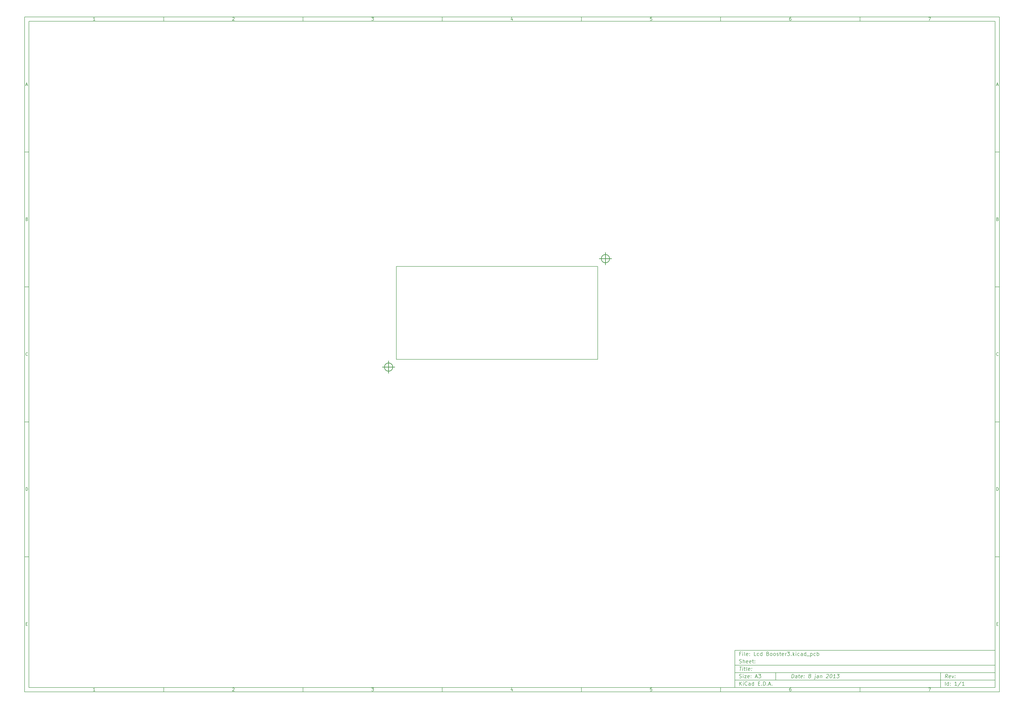
<source format=gbo>
G04 (created by PCBNEW (2012-nov-02)-testing) date Mon 07 Jan 2013 06:01:39 PM PST*
%MOIN*%
G04 Gerber Fmt 3.4, Leading zero omitted, Abs format*
%FSLAX34Y34*%
G01*
G70*
G90*
G04 APERTURE LIST*
%ADD10C,0.006*%
%ADD11C,0.01*%
%ADD12C,0.0059*%
%ADD13R,0.055X0.055*%
%ADD14C,0.055*%
%ADD15R,0.075X0.075*%
%ADD16C,0.075*%
%ADD17R,0.06X0.06*%
%ADD18C,0.06*%
%ADD19C,0.07*%
%ADD20R,0.07X0.07*%
G04 APERTURE END LIST*
G54D10*
X-60000Y55250D02*
X97350Y55250D01*
X97350Y-53680D01*
X-60000Y-53680D01*
X-60000Y55250D01*
X-59300Y54550D02*
X96650Y54550D01*
X96650Y-52980D01*
X-59300Y-52980D01*
X-59300Y54550D01*
X-37530Y55250D02*
X-37530Y54550D01*
X-48617Y54697D02*
X-48902Y54697D01*
X-48760Y54697D02*
X-48760Y55197D01*
X-48807Y55126D01*
X-48855Y55078D01*
X-48902Y55054D01*
X-37530Y-53680D02*
X-37530Y-52980D01*
X-48617Y-53532D02*
X-48902Y-53532D01*
X-48760Y-53532D02*
X-48760Y-53032D01*
X-48807Y-53103D01*
X-48855Y-53151D01*
X-48902Y-53175D01*
X-15060Y55250D02*
X-15060Y54550D01*
X-26432Y55150D02*
X-26409Y55173D01*
X-26361Y55197D01*
X-26242Y55197D01*
X-26194Y55173D01*
X-26170Y55150D01*
X-26147Y55102D01*
X-26147Y55054D01*
X-26170Y54983D01*
X-26456Y54697D01*
X-26147Y54697D01*
X-15060Y-53680D02*
X-15060Y-52980D01*
X-26432Y-53080D02*
X-26409Y-53056D01*
X-26361Y-53032D01*
X-26242Y-53032D01*
X-26194Y-53056D01*
X-26170Y-53080D01*
X-26147Y-53127D01*
X-26147Y-53175D01*
X-26170Y-53246D01*
X-26456Y-53532D01*
X-26147Y-53532D01*
X7410Y55250D02*
X7410Y54550D01*
X-3986Y55197D02*
X-3677Y55197D01*
X-3843Y55007D01*
X-3772Y55007D01*
X-3724Y54983D01*
X-3700Y54959D01*
X-3677Y54911D01*
X-3677Y54792D01*
X-3700Y54745D01*
X-3724Y54721D01*
X-3772Y54697D01*
X-3915Y54697D01*
X-3962Y54721D01*
X-3986Y54745D01*
X7410Y-53680D02*
X7410Y-52980D01*
X-3986Y-53032D02*
X-3677Y-53032D01*
X-3843Y-53222D01*
X-3772Y-53222D01*
X-3724Y-53246D01*
X-3700Y-53270D01*
X-3677Y-53318D01*
X-3677Y-53437D01*
X-3700Y-53484D01*
X-3724Y-53508D01*
X-3772Y-53532D01*
X-3915Y-53532D01*
X-3962Y-53508D01*
X-3986Y-53484D01*
X29880Y55250D02*
X29880Y54550D01*
X18745Y55030D02*
X18745Y54697D01*
X18626Y55221D02*
X18507Y54864D01*
X18816Y54864D01*
X29880Y-53680D02*
X29880Y-52980D01*
X18745Y-53199D02*
X18745Y-53532D01*
X18626Y-53008D02*
X18507Y-53365D01*
X18816Y-53365D01*
X52350Y55250D02*
X52350Y54550D01*
X41239Y55197D02*
X41000Y55197D01*
X40977Y54959D01*
X41000Y54983D01*
X41048Y55007D01*
X41167Y55007D01*
X41215Y54983D01*
X41239Y54959D01*
X41262Y54911D01*
X41262Y54792D01*
X41239Y54745D01*
X41215Y54721D01*
X41167Y54697D01*
X41048Y54697D01*
X41000Y54721D01*
X40977Y54745D01*
X52350Y-53680D02*
X52350Y-52980D01*
X41239Y-53032D02*
X41000Y-53032D01*
X40977Y-53270D01*
X41000Y-53246D01*
X41048Y-53222D01*
X41167Y-53222D01*
X41215Y-53246D01*
X41239Y-53270D01*
X41262Y-53318D01*
X41262Y-53437D01*
X41239Y-53484D01*
X41215Y-53508D01*
X41167Y-53532D01*
X41048Y-53532D01*
X41000Y-53508D01*
X40977Y-53484D01*
X74820Y55250D02*
X74820Y54550D01*
X63685Y55197D02*
X63590Y55197D01*
X63542Y55173D01*
X63518Y55150D01*
X63470Y55078D01*
X63447Y54983D01*
X63447Y54792D01*
X63470Y54745D01*
X63494Y54721D01*
X63542Y54697D01*
X63637Y54697D01*
X63685Y54721D01*
X63709Y54745D01*
X63732Y54792D01*
X63732Y54911D01*
X63709Y54959D01*
X63685Y54983D01*
X63637Y55007D01*
X63542Y55007D01*
X63494Y54983D01*
X63470Y54959D01*
X63447Y54911D01*
X74820Y-53680D02*
X74820Y-52980D01*
X63685Y-53032D02*
X63590Y-53032D01*
X63542Y-53056D01*
X63518Y-53080D01*
X63470Y-53151D01*
X63447Y-53246D01*
X63447Y-53437D01*
X63470Y-53484D01*
X63494Y-53508D01*
X63542Y-53532D01*
X63637Y-53532D01*
X63685Y-53508D01*
X63709Y-53484D01*
X63732Y-53437D01*
X63732Y-53318D01*
X63709Y-53270D01*
X63685Y-53246D01*
X63637Y-53222D01*
X63542Y-53222D01*
X63494Y-53246D01*
X63470Y-53270D01*
X63447Y-53318D01*
X85893Y55197D02*
X86226Y55197D01*
X86012Y54697D01*
X85893Y-53032D02*
X86226Y-53032D01*
X86012Y-53532D01*
X-60000Y33470D02*
X-59300Y33470D01*
X-59769Y44300D02*
X-59530Y44300D01*
X-59816Y44157D02*
X-59649Y44657D01*
X-59483Y44157D01*
X97350Y33470D02*
X96650Y33470D01*
X96880Y44300D02*
X97119Y44300D01*
X96833Y44157D02*
X97000Y44657D01*
X97166Y44157D01*
X-60000Y11690D02*
X-59300Y11690D01*
X-59614Y22639D02*
X-59542Y22615D01*
X-59519Y22591D01*
X-59495Y22544D01*
X-59495Y22472D01*
X-59519Y22425D01*
X-59542Y22401D01*
X-59590Y22377D01*
X-59780Y22377D01*
X-59780Y22877D01*
X-59614Y22877D01*
X-59566Y22853D01*
X-59542Y22830D01*
X-59519Y22782D01*
X-59519Y22734D01*
X-59542Y22687D01*
X-59566Y22663D01*
X-59614Y22639D01*
X-59780Y22639D01*
X97350Y11690D02*
X96650Y11690D01*
X97035Y22639D02*
X97107Y22615D01*
X97130Y22591D01*
X97154Y22544D01*
X97154Y22472D01*
X97130Y22425D01*
X97107Y22401D01*
X97059Y22377D01*
X96869Y22377D01*
X96869Y22877D01*
X97035Y22877D01*
X97083Y22853D01*
X97107Y22830D01*
X97130Y22782D01*
X97130Y22734D01*
X97107Y22687D01*
X97083Y22663D01*
X97035Y22639D01*
X96869Y22639D01*
X-60000Y-10090D02*
X-59300Y-10090D01*
X-59495Y645D02*
X-59519Y621D01*
X-59590Y597D01*
X-59638Y597D01*
X-59709Y621D01*
X-59757Y669D01*
X-59780Y716D01*
X-59804Y811D01*
X-59804Y883D01*
X-59780Y978D01*
X-59757Y1026D01*
X-59709Y1073D01*
X-59638Y1097D01*
X-59590Y1097D01*
X-59519Y1073D01*
X-59495Y1050D01*
X97350Y-10090D02*
X96650Y-10090D01*
X97154Y645D02*
X97130Y621D01*
X97059Y597D01*
X97011Y597D01*
X96940Y621D01*
X96892Y669D01*
X96869Y716D01*
X96845Y811D01*
X96845Y883D01*
X96869Y978D01*
X96892Y1026D01*
X96940Y1073D01*
X97011Y1097D01*
X97059Y1097D01*
X97130Y1073D01*
X97154Y1050D01*
X-60000Y-31870D02*
X-59300Y-31870D01*
X-59780Y-21182D02*
X-59780Y-20682D01*
X-59661Y-20682D01*
X-59590Y-20706D01*
X-59542Y-20753D01*
X-59519Y-20801D01*
X-59495Y-20896D01*
X-59495Y-20968D01*
X-59519Y-21063D01*
X-59542Y-21110D01*
X-59590Y-21158D01*
X-59661Y-21182D01*
X-59780Y-21182D01*
X97350Y-31870D02*
X96650Y-31870D01*
X96869Y-21182D02*
X96869Y-20682D01*
X96988Y-20682D01*
X97059Y-20706D01*
X97107Y-20753D01*
X97130Y-20801D01*
X97154Y-20896D01*
X97154Y-20968D01*
X97130Y-21063D01*
X97107Y-21110D01*
X97059Y-21158D01*
X96988Y-21182D01*
X96869Y-21182D01*
X-59757Y-42700D02*
X-59590Y-42700D01*
X-59519Y-42962D02*
X-59757Y-42962D01*
X-59757Y-42462D01*
X-59519Y-42462D01*
X96892Y-42700D02*
X97059Y-42700D01*
X97130Y-42962D02*
X96892Y-42962D01*
X96892Y-42462D01*
X97130Y-42462D01*
X63800Y-51422D02*
X63875Y-50822D01*
X64017Y-50822D01*
X64100Y-50851D01*
X64150Y-50908D01*
X64171Y-50965D01*
X64185Y-51080D01*
X64175Y-51165D01*
X64132Y-51280D01*
X64096Y-51337D01*
X64032Y-51394D01*
X63942Y-51422D01*
X63800Y-51422D01*
X64657Y-51422D02*
X64696Y-51108D01*
X64675Y-51051D01*
X64621Y-51022D01*
X64507Y-51022D01*
X64446Y-51051D01*
X64660Y-51394D02*
X64600Y-51422D01*
X64457Y-51422D01*
X64403Y-51394D01*
X64382Y-51337D01*
X64389Y-51280D01*
X64425Y-51222D01*
X64485Y-51194D01*
X64628Y-51194D01*
X64689Y-51165D01*
X64907Y-51022D02*
X65135Y-51022D01*
X65017Y-50822D02*
X64953Y-51337D01*
X64975Y-51394D01*
X65028Y-51422D01*
X65085Y-51422D01*
X65517Y-51394D02*
X65457Y-51422D01*
X65342Y-51422D01*
X65289Y-51394D01*
X65267Y-51337D01*
X65296Y-51108D01*
X65332Y-51051D01*
X65392Y-51022D01*
X65507Y-51022D01*
X65560Y-51051D01*
X65582Y-51108D01*
X65575Y-51165D01*
X65282Y-51222D01*
X65807Y-51365D02*
X65832Y-51394D01*
X65800Y-51422D01*
X65775Y-51394D01*
X65807Y-51365D01*
X65800Y-51422D01*
X65846Y-51051D02*
X65871Y-51080D01*
X65839Y-51108D01*
X65814Y-51080D01*
X65846Y-51051D01*
X65839Y-51108D01*
X66671Y-51080D02*
X66617Y-51051D01*
X66592Y-51022D01*
X66571Y-50965D01*
X66575Y-50937D01*
X66610Y-50880D01*
X66642Y-50851D01*
X66703Y-50822D01*
X66817Y-50822D01*
X66871Y-50851D01*
X66896Y-50880D01*
X66917Y-50937D01*
X66914Y-50965D01*
X66878Y-51022D01*
X66846Y-51051D01*
X66785Y-51080D01*
X66671Y-51080D01*
X66610Y-51108D01*
X66578Y-51137D01*
X66542Y-51194D01*
X66528Y-51308D01*
X66550Y-51365D01*
X66575Y-51394D01*
X66628Y-51422D01*
X66742Y-51422D01*
X66803Y-51394D01*
X66835Y-51365D01*
X66871Y-51308D01*
X66885Y-51194D01*
X66864Y-51137D01*
X66839Y-51108D01*
X66785Y-51080D01*
X67621Y-51022D02*
X67557Y-51537D01*
X67521Y-51594D01*
X67460Y-51622D01*
X67432Y-51622D01*
X67646Y-50822D02*
X67614Y-50851D01*
X67639Y-50880D01*
X67671Y-50851D01*
X67646Y-50822D01*
X67639Y-50880D01*
X68114Y-51422D02*
X68153Y-51108D01*
X68132Y-51051D01*
X68078Y-51022D01*
X67964Y-51022D01*
X67903Y-51051D01*
X68117Y-51394D02*
X68057Y-51422D01*
X67914Y-51422D01*
X67860Y-51394D01*
X67839Y-51337D01*
X67846Y-51280D01*
X67882Y-51222D01*
X67942Y-51194D01*
X68085Y-51194D01*
X68146Y-51165D01*
X68450Y-51022D02*
X68400Y-51422D01*
X68442Y-51080D02*
X68475Y-51051D01*
X68535Y-51022D01*
X68621Y-51022D01*
X68675Y-51051D01*
X68696Y-51108D01*
X68657Y-51422D01*
X69439Y-50880D02*
X69471Y-50851D01*
X69532Y-50822D01*
X69675Y-50822D01*
X69728Y-50851D01*
X69753Y-50880D01*
X69775Y-50937D01*
X69767Y-50994D01*
X69728Y-51080D01*
X69342Y-51422D01*
X69714Y-51422D01*
X70160Y-50822D02*
X70217Y-50822D01*
X70271Y-50851D01*
X70296Y-50880D01*
X70317Y-50937D01*
X70332Y-51051D01*
X70314Y-51194D01*
X70271Y-51308D01*
X70235Y-51365D01*
X70203Y-51394D01*
X70142Y-51422D01*
X70085Y-51422D01*
X70032Y-51394D01*
X70007Y-51365D01*
X69985Y-51308D01*
X69971Y-51194D01*
X69989Y-51051D01*
X70032Y-50937D01*
X70067Y-50880D01*
X70100Y-50851D01*
X70160Y-50822D01*
X70857Y-51422D02*
X70514Y-51422D01*
X70685Y-51422D02*
X70760Y-50822D01*
X70692Y-50908D01*
X70628Y-50965D01*
X70567Y-50994D01*
X71132Y-50822D02*
X71503Y-50822D01*
X71275Y-51051D01*
X71360Y-51051D01*
X71414Y-51080D01*
X71439Y-51108D01*
X71460Y-51165D01*
X71442Y-51308D01*
X71407Y-51365D01*
X71375Y-51394D01*
X71314Y-51422D01*
X71142Y-51422D01*
X71089Y-51394D01*
X71064Y-51365D01*
X55392Y-52622D02*
X55392Y-52022D01*
X55735Y-52622D02*
X55478Y-52280D01*
X55735Y-52022D02*
X55392Y-52365D01*
X55992Y-52622D02*
X55992Y-52222D01*
X55992Y-52022D02*
X55964Y-52051D01*
X55992Y-52080D01*
X56021Y-52051D01*
X55992Y-52022D01*
X55992Y-52080D01*
X56621Y-52565D02*
X56592Y-52594D01*
X56507Y-52622D01*
X56450Y-52622D01*
X56364Y-52594D01*
X56307Y-52537D01*
X56278Y-52480D01*
X56250Y-52365D01*
X56250Y-52280D01*
X56278Y-52165D01*
X56307Y-52108D01*
X56364Y-52051D01*
X56450Y-52022D01*
X56507Y-52022D01*
X56592Y-52051D01*
X56621Y-52080D01*
X57135Y-52622D02*
X57135Y-52308D01*
X57107Y-52251D01*
X57050Y-52222D01*
X56935Y-52222D01*
X56878Y-52251D01*
X57135Y-52594D02*
X57078Y-52622D01*
X56935Y-52622D01*
X56878Y-52594D01*
X56850Y-52537D01*
X56850Y-52480D01*
X56878Y-52422D01*
X56935Y-52394D01*
X57078Y-52394D01*
X57135Y-52365D01*
X57678Y-52622D02*
X57678Y-52022D01*
X57678Y-52594D02*
X57621Y-52622D01*
X57507Y-52622D01*
X57450Y-52594D01*
X57421Y-52565D01*
X57392Y-52508D01*
X57392Y-52337D01*
X57421Y-52280D01*
X57450Y-52251D01*
X57507Y-52222D01*
X57621Y-52222D01*
X57678Y-52251D01*
X58421Y-52308D02*
X58621Y-52308D01*
X58707Y-52622D02*
X58421Y-52622D01*
X58421Y-52022D01*
X58707Y-52022D01*
X58964Y-52565D02*
X58992Y-52594D01*
X58964Y-52622D01*
X58935Y-52594D01*
X58964Y-52565D01*
X58964Y-52622D01*
X59249Y-52622D02*
X59249Y-52022D01*
X59392Y-52022D01*
X59478Y-52051D01*
X59535Y-52108D01*
X59564Y-52165D01*
X59592Y-52280D01*
X59592Y-52365D01*
X59564Y-52480D01*
X59535Y-52537D01*
X59478Y-52594D01*
X59392Y-52622D01*
X59249Y-52622D01*
X59849Y-52565D02*
X59878Y-52594D01*
X59849Y-52622D01*
X59821Y-52594D01*
X59849Y-52565D01*
X59849Y-52622D01*
X60107Y-52451D02*
X60392Y-52451D01*
X60049Y-52622D02*
X60249Y-52022D01*
X60449Y-52622D01*
X60649Y-52565D02*
X60678Y-52594D01*
X60649Y-52622D01*
X60621Y-52594D01*
X60649Y-52565D01*
X60649Y-52622D01*
X88942Y-51422D02*
X88778Y-51137D01*
X88600Y-51422D02*
X88675Y-50822D01*
X88903Y-50822D01*
X88957Y-50851D01*
X88982Y-50880D01*
X89003Y-50937D01*
X88992Y-51022D01*
X88957Y-51080D01*
X88925Y-51108D01*
X88864Y-51137D01*
X88635Y-51137D01*
X89432Y-51394D02*
X89371Y-51422D01*
X89257Y-51422D01*
X89203Y-51394D01*
X89182Y-51337D01*
X89210Y-51108D01*
X89246Y-51051D01*
X89307Y-51022D01*
X89421Y-51022D01*
X89475Y-51051D01*
X89496Y-51108D01*
X89489Y-51165D01*
X89196Y-51222D01*
X89707Y-51022D02*
X89800Y-51422D01*
X89992Y-51022D01*
X90178Y-51365D02*
X90203Y-51394D01*
X90171Y-51422D01*
X90146Y-51394D01*
X90178Y-51365D01*
X90171Y-51422D01*
X90217Y-51051D02*
X90242Y-51080D01*
X90210Y-51108D01*
X90185Y-51080D01*
X90217Y-51051D01*
X90210Y-51108D01*
X55364Y-51394D02*
X55450Y-51422D01*
X55592Y-51422D01*
X55650Y-51394D01*
X55678Y-51365D01*
X55707Y-51308D01*
X55707Y-51251D01*
X55678Y-51194D01*
X55650Y-51165D01*
X55592Y-51137D01*
X55478Y-51108D01*
X55421Y-51080D01*
X55392Y-51051D01*
X55364Y-50994D01*
X55364Y-50937D01*
X55392Y-50880D01*
X55421Y-50851D01*
X55478Y-50822D01*
X55621Y-50822D01*
X55707Y-50851D01*
X55964Y-51422D02*
X55964Y-51022D01*
X55964Y-50822D02*
X55935Y-50851D01*
X55964Y-50880D01*
X55992Y-50851D01*
X55964Y-50822D01*
X55964Y-50880D01*
X56192Y-51022D02*
X56507Y-51022D01*
X56192Y-51422D01*
X56507Y-51422D01*
X56964Y-51394D02*
X56907Y-51422D01*
X56792Y-51422D01*
X56735Y-51394D01*
X56707Y-51337D01*
X56707Y-51108D01*
X56735Y-51051D01*
X56792Y-51022D01*
X56907Y-51022D01*
X56964Y-51051D01*
X56992Y-51108D01*
X56992Y-51165D01*
X56707Y-51222D01*
X57250Y-51365D02*
X57278Y-51394D01*
X57250Y-51422D01*
X57221Y-51394D01*
X57250Y-51365D01*
X57250Y-51422D01*
X57250Y-51051D02*
X57278Y-51080D01*
X57250Y-51108D01*
X57221Y-51080D01*
X57250Y-51051D01*
X57250Y-51108D01*
X57964Y-51251D02*
X58250Y-51251D01*
X57907Y-51422D02*
X58107Y-50822D01*
X58307Y-51422D01*
X58450Y-50822D02*
X58821Y-50822D01*
X58621Y-51051D01*
X58707Y-51051D01*
X58764Y-51080D01*
X58792Y-51108D01*
X58821Y-51165D01*
X58821Y-51308D01*
X58792Y-51365D01*
X58764Y-51394D01*
X58707Y-51422D01*
X58535Y-51422D01*
X58478Y-51394D01*
X58450Y-51365D01*
X88592Y-52622D02*
X88592Y-52022D01*
X89135Y-52622D02*
X89135Y-52022D01*
X89135Y-52594D02*
X89078Y-52622D01*
X88964Y-52622D01*
X88907Y-52594D01*
X88878Y-52565D01*
X88850Y-52508D01*
X88850Y-52337D01*
X88878Y-52280D01*
X88907Y-52251D01*
X88964Y-52222D01*
X89078Y-52222D01*
X89135Y-52251D01*
X89421Y-52565D02*
X89450Y-52594D01*
X89421Y-52622D01*
X89392Y-52594D01*
X89421Y-52565D01*
X89421Y-52622D01*
X89421Y-52251D02*
X89450Y-52280D01*
X89421Y-52308D01*
X89392Y-52280D01*
X89421Y-52251D01*
X89421Y-52308D01*
X90478Y-52622D02*
X90135Y-52622D01*
X90307Y-52622D02*
X90307Y-52022D01*
X90249Y-52108D01*
X90192Y-52165D01*
X90135Y-52194D01*
X91164Y-51994D02*
X90650Y-52765D01*
X91678Y-52622D02*
X91335Y-52622D01*
X91507Y-52622D02*
X91507Y-52022D01*
X91449Y-52108D01*
X91392Y-52165D01*
X91335Y-52194D01*
X55389Y-49622D02*
X55732Y-49622D01*
X55485Y-50222D02*
X55560Y-49622D01*
X55857Y-50222D02*
X55907Y-49822D01*
X55932Y-49622D02*
X55900Y-49651D01*
X55925Y-49680D01*
X55957Y-49651D01*
X55932Y-49622D01*
X55925Y-49680D01*
X56107Y-49822D02*
X56335Y-49822D01*
X56217Y-49622D02*
X56153Y-50137D01*
X56175Y-50194D01*
X56228Y-50222D01*
X56285Y-50222D01*
X56571Y-50222D02*
X56517Y-50194D01*
X56496Y-50137D01*
X56560Y-49622D01*
X57032Y-50194D02*
X56971Y-50222D01*
X56857Y-50222D01*
X56803Y-50194D01*
X56782Y-50137D01*
X56810Y-49908D01*
X56846Y-49851D01*
X56907Y-49822D01*
X57021Y-49822D01*
X57075Y-49851D01*
X57096Y-49908D01*
X57089Y-49965D01*
X56796Y-50022D01*
X57321Y-50165D02*
X57346Y-50194D01*
X57314Y-50222D01*
X57289Y-50194D01*
X57321Y-50165D01*
X57314Y-50222D01*
X57360Y-49851D02*
X57385Y-49880D01*
X57353Y-49908D01*
X57328Y-49880D01*
X57360Y-49851D01*
X57353Y-49908D01*
X55592Y-47508D02*
X55392Y-47508D01*
X55392Y-47822D02*
X55392Y-47222D01*
X55678Y-47222D01*
X55907Y-47822D02*
X55907Y-47422D01*
X55907Y-47222D02*
X55878Y-47251D01*
X55907Y-47280D01*
X55935Y-47251D01*
X55907Y-47222D01*
X55907Y-47280D01*
X56278Y-47822D02*
X56221Y-47794D01*
X56192Y-47737D01*
X56192Y-47222D01*
X56735Y-47794D02*
X56678Y-47822D01*
X56564Y-47822D01*
X56507Y-47794D01*
X56478Y-47737D01*
X56478Y-47508D01*
X56507Y-47451D01*
X56564Y-47422D01*
X56678Y-47422D01*
X56735Y-47451D01*
X56764Y-47508D01*
X56764Y-47565D01*
X56478Y-47622D01*
X57021Y-47765D02*
X57050Y-47794D01*
X57021Y-47822D01*
X56992Y-47794D01*
X57021Y-47765D01*
X57021Y-47822D01*
X57021Y-47451D02*
X57050Y-47480D01*
X57021Y-47508D01*
X56992Y-47480D01*
X57021Y-47451D01*
X57021Y-47508D01*
X58050Y-47822D02*
X57764Y-47822D01*
X57764Y-47222D01*
X58507Y-47794D02*
X58450Y-47822D01*
X58335Y-47822D01*
X58278Y-47794D01*
X58250Y-47765D01*
X58221Y-47708D01*
X58221Y-47537D01*
X58250Y-47480D01*
X58278Y-47451D01*
X58335Y-47422D01*
X58450Y-47422D01*
X58507Y-47451D01*
X59021Y-47822D02*
X59021Y-47222D01*
X59021Y-47794D02*
X58964Y-47822D01*
X58850Y-47822D01*
X58792Y-47794D01*
X58764Y-47765D01*
X58735Y-47708D01*
X58735Y-47537D01*
X58764Y-47480D01*
X58792Y-47451D01*
X58850Y-47422D01*
X58964Y-47422D01*
X59021Y-47451D01*
X59964Y-47508D02*
X60050Y-47537D01*
X60078Y-47565D01*
X60107Y-47622D01*
X60107Y-47708D01*
X60078Y-47765D01*
X60050Y-47794D01*
X59992Y-47822D01*
X59764Y-47822D01*
X59764Y-47222D01*
X59964Y-47222D01*
X60021Y-47251D01*
X60050Y-47280D01*
X60078Y-47337D01*
X60078Y-47394D01*
X60050Y-47451D01*
X60021Y-47480D01*
X59964Y-47508D01*
X59764Y-47508D01*
X60450Y-47822D02*
X60392Y-47794D01*
X60364Y-47765D01*
X60335Y-47708D01*
X60335Y-47537D01*
X60364Y-47480D01*
X60392Y-47451D01*
X60450Y-47422D01*
X60535Y-47422D01*
X60592Y-47451D01*
X60621Y-47480D01*
X60650Y-47537D01*
X60650Y-47708D01*
X60621Y-47765D01*
X60592Y-47794D01*
X60535Y-47822D01*
X60450Y-47822D01*
X60992Y-47822D02*
X60935Y-47794D01*
X60907Y-47765D01*
X60878Y-47708D01*
X60878Y-47537D01*
X60907Y-47480D01*
X60935Y-47451D01*
X60992Y-47422D01*
X61078Y-47422D01*
X61135Y-47451D01*
X61164Y-47480D01*
X61192Y-47537D01*
X61192Y-47708D01*
X61164Y-47765D01*
X61135Y-47794D01*
X61078Y-47822D01*
X60992Y-47822D01*
X61421Y-47794D02*
X61478Y-47822D01*
X61592Y-47822D01*
X61650Y-47794D01*
X61678Y-47737D01*
X61678Y-47708D01*
X61650Y-47651D01*
X61592Y-47622D01*
X61507Y-47622D01*
X61450Y-47594D01*
X61421Y-47537D01*
X61421Y-47508D01*
X61450Y-47451D01*
X61507Y-47422D01*
X61592Y-47422D01*
X61650Y-47451D01*
X61850Y-47422D02*
X62078Y-47422D01*
X61935Y-47222D02*
X61935Y-47737D01*
X61964Y-47794D01*
X62021Y-47822D01*
X62078Y-47822D01*
X62507Y-47794D02*
X62450Y-47822D01*
X62335Y-47822D01*
X62278Y-47794D01*
X62250Y-47737D01*
X62250Y-47508D01*
X62278Y-47451D01*
X62335Y-47422D01*
X62450Y-47422D01*
X62507Y-47451D01*
X62535Y-47508D01*
X62535Y-47565D01*
X62250Y-47622D01*
X62792Y-47822D02*
X62792Y-47422D01*
X62792Y-47537D02*
X62821Y-47480D01*
X62850Y-47451D01*
X62907Y-47422D01*
X62964Y-47422D01*
X63107Y-47222D02*
X63478Y-47222D01*
X63278Y-47451D01*
X63364Y-47451D01*
X63421Y-47480D01*
X63450Y-47508D01*
X63478Y-47565D01*
X63478Y-47708D01*
X63450Y-47765D01*
X63421Y-47794D01*
X63364Y-47822D01*
X63192Y-47822D01*
X63135Y-47794D01*
X63107Y-47765D01*
X63735Y-47765D02*
X63764Y-47794D01*
X63735Y-47822D01*
X63707Y-47794D01*
X63735Y-47765D01*
X63735Y-47822D01*
X64021Y-47822D02*
X64021Y-47222D01*
X64078Y-47594D02*
X64250Y-47822D01*
X64250Y-47422D02*
X64021Y-47651D01*
X64507Y-47822D02*
X64507Y-47422D01*
X64507Y-47222D02*
X64478Y-47251D01*
X64507Y-47280D01*
X64535Y-47251D01*
X64507Y-47222D01*
X64507Y-47280D01*
X65050Y-47794D02*
X64992Y-47822D01*
X64878Y-47822D01*
X64821Y-47794D01*
X64792Y-47765D01*
X64764Y-47708D01*
X64764Y-47537D01*
X64792Y-47480D01*
X64821Y-47451D01*
X64878Y-47422D01*
X64992Y-47422D01*
X65050Y-47451D01*
X65564Y-47822D02*
X65564Y-47508D01*
X65535Y-47451D01*
X65478Y-47422D01*
X65364Y-47422D01*
X65307Y-47451D01*
X65564Y-47794D02*
X65507Y-47822D01*
X65364Y-47822D01*
X65307Y-47794D01*
X65278Y-47737D01*
X65278Y-47680D01*
X65307Y-47622D01*
X65364Y-47594D01*
X65507Y-47594D01*
X65564Y-47565D01*
X66107Y-47822D02*
X66107Y-47222D01*
X66107Y-47794D02*
X66050Y-47822D01*
X65935Y-47822D01*
X65878Y-47794D01*
X65850Y-47765D01*
X65821Y-47708D01*
X65821Y-47537D01*
X65850Y-47480D01*
X65878Y-47451D01*
X65935Y-47422D01*
X66050Y-47422D01*
X66107Y-47451D01*
X66250Y-47880D02*
X66707Y-47880D01*
X66850Y-47422D02*
X66850Y-48022D01*
X66850Y-47451D02*
X66907Y-47422D01*
X67021Y-47422D01*
X67078Y-47451D01*
X67107Y-47480D01*
X67135Y-47537D01*
X67135Y-47708D01*
X67107Y-47765D01*
X67078Y-47794D01*
X67021Y-47822D01*
X66907Y-47822D01*
X66850Y-47794D01*
X67650Y-47794D02*
X67592Y-47822D01*
X67478Y-47822D01*
X67421Y-47794D01*
X67392Y-47765D01*
X67364Y-47708D01*
X67364Y-47537D01*
X67392Y-47480D01*
X67421Y-47451D01*
X67478Y-47422D01*
X67592Y-47422D01*
X67650Y-47451D01*
X67907Y-47822D02*
X67907Y-47222D01*
X67907Y-47451D02*
X67964Y-47422D01*
X68078Y-47422D01*
X68135Y-47451D01*
X68164Y-47480D01*
X68192Y-47537D01*
X68192Y-47708D01*
X68164Y-47765D01*
X68135Y-47794D01*
X68078Y-47822D01*
X67964Y-47822D01*
X67907Y-47794D01*
X55364Y-48994D02*
X55450Y-49022D01*
X55592Y-49022D01*
X55650Y-48994D01*
X55678Y-48965D01*
X55707Y-48908D01*
X55707Y-48851D01*
X55678Y-48794D01*
X55650Y-48765D01*
X55592Y-48737D01*
X55478Y-48708D01*
X55421Y-48680D01*
X55392Y-48651D01*
X55364Y-48594D01*
X55364Y-48537D01*
X55392Y-48480D01*
X55421Y-48451D01*
X55478Y-48422D01*
X55621Y-48422D01*
X55707Y-48451D01*
X55964Y-49022D02*
X55964Y-48422D01*
X56221Y-49022D02*
X56221Y-48708D01*
X56192Y-48651D01*
X56135Y-48622D01*
X56050Y-48622D01*
X55992Y-48651D01*
X55964Y-48680D01*
X56735Y-48994D02*
X56678Y-49022D01*
X56564Y-49022D01*
X56507Y-48994D01*
X56478Y-48937D01*
X56478Y-48708D01*
X56507Y-48651D01*
X56564Y-48622D01*
X56678Y-48622D01*
X56735Y-48651D01*
X56764Y-48708D01*
X56764Y-48765D01*
X56478Y-48822D01*
X57250Y-48994D02*
X57192Y-49022D01*
X57078Y-49022D01*
X57021Y-48994D01*
X56992Y-48937D01*
X56992Y-48708D01*
X57021Y-48651D01*
X57078Y-48622D01*
X57192Y-48622D01*
X57250Y-48651D01*
X57278Y-48708D01*
X57278Y-48765D01*
X56992Y-48822D01*
X57450Y-48622D02*
X57678Y-48622D01*
X57535Y-48422D02*
X57535Y-48937D01*
X57564Y-48994D01*
X57621Y-49022D01*
X57678Y-49022D01*
X57878Y-48965D02*
X57907Y-48994D01*
X57878Y-49022D01*
X57850Y-48994D01*
X57878Y-48965D01*
X57878Y-49022D01*
X57878Y-48651D02*
X57907Y-48680D01*
X57878Y-48708D01*
X57850Y-48680D01*
X57878Y-48651D01*
X57878Y-48708D01*
X54650Y-46980D02*
X54650Y-52980D01*
X54650Y-46980D02*
X96650Y-46980D01*
X54650Y-46980D02*
X96650Y-46980D01*
X54650Y-49380D02*
X96650Y-49380D01*
X87850Y-50580D02*
X87850Y-52980D01*
X54650Y-51780D02*
X96650Y-51780D01*
X54650Y-50580D02*
X96650Y-50580D01*
X61250Y-50580D02*
X61250Y-51780D01*
G54D11*
X34416Y16250D02*
G75*
G03X34416Y16250I-666J0D01*
G74*
G01*
X32750Y16250D02*
X34750Y16250D01*
X33750Y17250D02*
X33750Y15250D01*
X-583Y-1250D02*
G75*
G03X-583Y-1250I-666J0D01*
G74*
G01*
X-2250Y-1250D02*
X-250Y-1250D01*
X-1250Y-250D02*
X-1250Y-2250D01*
G54D12*
X32500Y0D02*
X0Y0D01*
X0Y0D02*
X0Y15000D01*
X32500Y15000D02*
X32500Y0D01*
X0Y15000D02*
X32500Y15000D01*
%LPC*%
G54D13*
X27000Y11250D03*
G54D14*
X27000Y10250D03*
X27000Y9250D03*
X27000Y8250D03*
X27000Y7250D03*
X27000Y6250D03*
X27000Y5250D03*
X27000Y4250D03*
X27000Y3250D03*
X27000Y2250D03*
G54D13*
X26000Y11250D03*
G54D14*
X26000Y10250D03*
X26000Y9250D03*
X26000Y8250D03*
X26000Y7250D03*
X26000Y6250D03*
X26000Y5250D03*
X26000Y4250D03*
X26000Y3250D03*
X26000Y2250D03*
G54D13*
X10000Y11250D03*
G54D14*
X10000Y10250D03*
X10000Y9250D03*
X10000Y8250D03*
X10000Y7250D03*
X10000Y6250D03*
X10000Y5250D03*
X10000Y4250D03*
X10000Y3250D03*
X10000Y2250D03*
G54D13*
X9000Y11250D03*
G54D14*
X9000Y10250D03*
X9000Y9250D03*
X9000Y8250D03*
X9000Y7250D03*
X9000Y6250D03*
X9000Y5250D03*
X9000Y4250D03*
X9000Y3250D03*
X9000Y2250D03*
G54D13*
X28750Y13500D03*
G54D14*
X27750Y13500D03*
X26750Y13500D03*
G54D15*
X750Y13500D03*
G54D16*
X2750Y13500D03*
G54D13*
X3000Y4750D03*
G54D14*
X4000Y4750D03*
X5000Y4750D03*
X6000Y4750D03*
X6000Y7750D03*
X5000Y7750D03*
X4000Y7750D03*
X3000Y7750D03*
G54D13*
X21500Y5250D03*
G54D14*
X20500Y5250D03*
X19500Y5250D03*
X18500Y5250D03*
X17500Y5250D03*
X16500Y5250D03*
X15500Y5250D03*
X14500Y5250D03*
X13500Y5250D03*
X12500Y5250D03*
X12500Y2250D03*
X13500Y2250D03*
X14500Y2250D03*
X15500Y2250D03*
X16500Y2250D03*
X17500Y2250D03*
X18500Y2250D03*
X19500Y2250D03*
X20500Y2250D03*
X21500Y2250D03*
G54D13*
X21500Y9500D03*
G54D14*
X20500Y9500D03*
X19500Y9500D03*
X18500Y9500D03*
X17500Y9500D03*
X16500Y9500D03*
X15500Y9500D03*
X14500Y9500D03*
X13500Y9500D03*
X12500Y9500D03*
X12500Y6500D03*
X13500Y6500D03*
X14500Y6500D03*
X15500Y6500D03*
X16500Y6500D03*
X17500Y6500D03*
X18500Y6500D03*
X19500Y6500D03*
X20500Y6500D03*
X21500Y6500D03*
G54D13*
X3000Y12000D03*
G54D14*
X3000Y9000D03*
G54D13*
X14500Y13500D03*
G54D14*
X13500Y13500D03*
X12500Y13500D03*
X12500Y10500D03*
X13500Y10500D03*
X14500Y10500D03*
G54D17*
X1250Y10500D03*
G54D18*
X1250Y9500D03*
G54D14*
X4000Y2500D03*
X5000Y2500D03*
G54D13*
X6000Y1250D03*
G54D14*
X3000Y1250D03*
X1750Y6750D03*
X1750Y5750D03*
G54D19*
X4750Y11250D03*
G54D20*
X6750Y11250D03*
G54D14*
X7500Y2500D03*
X7500Y1500D03*
X7500Y14250D03*
X8500Y14250D03*
X23250Y3250D03*
X23250Y4250D03*
X23250Y7500D03*
X23250Y8500D03*
G54D17*
X17000Y12250D03*
G54D18*
X17000Y13250D03*
X18000Y12250D03*
X18000Y13250D03*
X19000Y12250D03*
X19000Y13250D03*
X20000Y12250D03*
X20000Y13250D03*
X21000Y12250D03*
X21000Y13250D03*
X22000Y12250D03*
X22000Y13250D03*
X23000Y12250D03*
X23000Y13250D03*
G54D17*
X6000Y13750D03*
G54D18*
X5000Y13750D03*
G54D17*
X31500Y8250D03*
G54D18*
X31500Y7250D03*
X30500Y8250D03*
X30500Y7250D03*
X29500Y8250D03*
X29500Y7250D03*
X28500Y8250D03*
X28500Y7250D03*
G54D17*
X31500Y11500D03*
G54D18*
X31500Y10500D03*
X30500Y11500D03*
X30500Y10500D03*
X29500Y11500D03*
X29500Y10500D03*
X28500Y11500D03*
X28500Y10500D03*
G54D17*
X31500Y5000D03*
G54D18*
X31500Y4000D03*
X30500Y5000D03*
X30500Y4000D03*
X29500Y5000D03*
X29500Y4000D03*
X28500Y5000D03*
X28500Y4000D03*
G54D14*
X650Y8000D03*
X650Y5000D03*
X20000Y10500D03*
X23000Y10500D03*
X21000Y1500D03*
X24000Y1500D03*
X11100Y13800D03*
X11100Y10800D03*
X1000Y3750D03*
X4000Y3750D03*
X8000Y3750D03*
X5000Y3750D03*
X7250Y4750D03*
X7250Y7750D03*
G54D13*
X19500Y1000D03*
G54D14*
X18500Y1000D03*
X17500Y1000D03*
X16500Y1000D03*
G54D19*
X4750Y9250D03*
X5750Y9250D03*
G54D20*
X6750Y9250D03*
M02*

</source>
